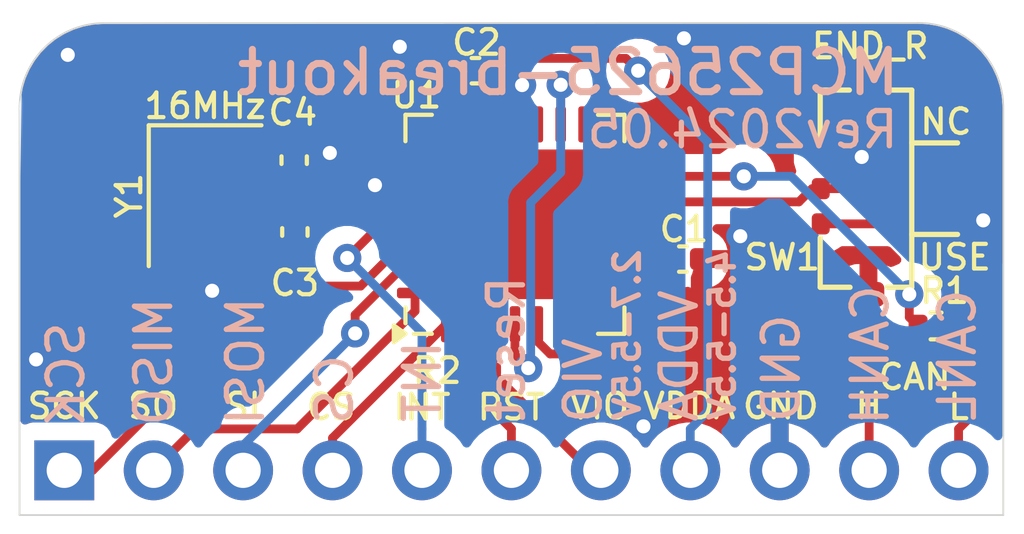
<source format=kicad_pcb>
(kicad_pcb (version 20221018) (generator pcbnew)
  (layers (0 "F.Cu" signal) (31 "B.Cu" signal) (34 "B.Paste" user) (35 "F.Paste" user) (36 "B.SilkS" user "B.Silkscreen") (37 "F.SilkS" user "F.Silkscreen") (38 "B.Mask" user) (39 "F.Mask" user) (44 "Edge.Cuts" user))
  (net 0 "")
  (net 1 "GND")
  (net 2 "/V_IO")
  (net 3 "/V_DDA")
  (net 4 "/CANL")
  (net 5 "/CANH")
  (net 6 "/INT")
  (net 7 "/CS")
  (net 8 "/SI")
  (net 9 "/SO")
  (net 10 "/SCK")
  (net 11 "Net-(U1-OSC2)")
  (net 12 "Net-(U1-OSC1)")
  (net 13 "/RESET")
  (net 14 "Net-(SW1-A)")
  (net 16 "Net-(U1-TXD)")
  (net 17 "Net-(U1-RXD)")
  (footprint "Capacitor_SMD:C_0402_1005Metric" (layer "F.Cu") (at 155.57 78)
    (fp_text reference "C1" (at 0.03 -0.85) (layer "F.SilkS") (effects (font (size 0.7 0.7) (thickness 0.12) bold)))
    (fp_text value "0.1u")
    (fp_line (start -0.107836 -0.36) (end 0.107836 -0.36) (stroke (width 0.12)) (layer "F.SilkS"))
    (fp_line (start -0.107836 0.36) (end 0.107836 0.36) (stroke (width 0.12)) (layer "F.SilkS"))
    (pad "1" smd roundrect (at -0.48 0) (size 0.56 0.62) (layers "F.Cu" "F.Paste" "F.Mask") (net 2 "/V_IO"))
    (pad "2" smd roundrect (at 0.48 0) (size 0.56 0.62) (layers "F.Cu" "F.Paste" "F.Mask") (net 1 "GND"))
  )
  (footprint "Capacitor_SMD:C_0402_1005Metric" (layer "F.Cu") (at 149.68 72.65 180)
    (fp_text reference "C2" (at -0.03 0.8) (layer "F.SilkS") (effects (font (size 0.7 0.7) (thickness 0.12) bold)))
    (fp_text value "0.1u")
    (fp_line (start -0.107836 -0.36) (end 0.107836 -0.36) (stroke (width 0.12)) (layer "F.SilkS"))
    (fp_line (start -0.107836 0.36) (end 0.107836 0.36) (stroke (width 0.12)) (layer "F.SilkS"))
    (pad "1" smd roundrect (at -0.48 0 180) (size 0.56 0.62) (layers "F.Cu" "F.Paste" "F.Mask") (net 3 "/V_DDA"))
    (pad "2" smd roundrect (at 0.48 0 180) (size 0.56 0.62) (layers "F.Cu" "F.Paste" "F.Mask") (net 1 "GND"))
  )
  (footprint "asukiaaa-kicad-footprints:PinHeader_1x11_P2.54mm_Vertical_witout_silk" (layer "F.Cu") (at 138 84 90)
    (fp_text reference "J1" hide)
    (fp_text value "Conn_01x11" hide)
    (pad "1" thru_hole rect (at 0 0 90) (size 1.7 1.7) (drill 1) (layers "*.Cu" "*.Mask") (net 10 "/SCK"))
    (pad "2" thru_hole oval (at 0 2.54 90) (size 1.7 1.7) (drill 1) (layers "*.Cu" "*.Mask") (net 9 "/SO"))
    (pad "3" thru_hole oval (at 0 5.08 90) (size 1.7 1.7) (drill 1) (layers "*.Cu" "*.Mask") (net 8 "/SI"))
    (pad "4" thru_hole oval (at 0 7.62 90) (size 1.7 1.7) (drill 1) (layers "*.Cu" "*.Mask") (net 7 "/CS"))
    (pad "5" thru_hole oval (at 0 10.16 90) (size 1.7 1.7) (drill 1) (layers "*.Cu" "*.Mask") (net 6 "/INT"))
    (pad "6" thru_hole oval (at 0 12.7 90) (size 1.7 1.7) (drill 1) (layers "*.Cu" "*.Mask") (net 13 "/RESET"))
    (pad "7" thru_hole oval (at 0 15.24 90) (size 1.7 1.7) (drill 1) (layers "*.Cu" "*.Mask") (net 2 "/V_IO"))
    (pad "8" thru_hole oval (at 0 17.78 90) (size 1.7 1.7) (drill 1) (layers "*.Cu" "*.Mask") (net 3 "/V_DDA"))
    (pad "9" thru_hole oval (at 0 20.32 90) (size 1.7 1.7) (drill 1) (layers "*.Cu" "*.Mask") (net 1 "GND"))
    (pad "10" thru_hole oval (at 0 22.86 90) (size 1.7 1.7) (drill 1) (layers "*.Cu" "*.Mask") (net 5 "/CANH"))
    (pad "11" thru_hole oval (at 0 25.4 90) (size 1.7 1.7) (drill 1) (layers "*.Cu" "*.Mask") (net 4 "/CANL"))
  )
  (footprint "Resistor_SMD:R_0402_1005Metric" (layer "F.Cu") (at 162.76 79.9)
    (fp_text reference "R1" (at 0.24 -1) (layer "F.SilkS") (effects (font (size 0.7 0.7) (thickness 0.12) bold)))
    (fp_text value "120")
    (fp_line (start -0.153641 -0.38) (end 0.153641 -0.38) (stroke (width 0.12)) (layer "F.SilkS"))
    (fp_line (start -0.153641 0.38) (end 0.153641 0.38) (stroke (width 0.12)) (layer "F.SilkS"))
    (pad "1" smd roundrect (at -0.51 0) (size 0.54 0.64) (layers "F.Cu" "F.Paste" "F.Mask") (net 5 "/CANH"))
    (pad "2" smd roundrect (at 0.51 0) (size 0.54 0.64) (layers "F.Cu" "F.Paste" "F.Mask") (net 14 "Net-(SW1-A)"))
  )
  (footprint "asukiaaa-kicad-footprints:slide_switch_smd" (layer "F.Cu") (at 160.84 76 90)
    (fp_text reference "SW1" (at -1.95 -2.45 180) (layer "F.SilkS") (effects (font (size 0.7 0.7) (thickness 0.12) bold)))
    (fp_text value "SW_Slide_with_cover" hide)
    (fp_line (start -2.8 -1.37) (end -2.8 -0.52324) (stroke (width 0.15)) (layer "F.SilkS"))
    (fp_line (start -2.8 -1.37) (end -1.397 -1.37) (stroke (width 0.15)) (layer "F.SilkS"))
    (fp_line (start -2.8 1.23) (end -2.8 0.53848) (stroke (width 0.15)) (layer "F.SilkS"))
    (fp_line (start -2.8 1.23) (end 2.8 1.23) (stroke (width 0.15)) (layer "F.SilkS"))
    (fp_line (start -1.3 1.23) (end -1.3 2.53) (stroke (width 0.15)) (layer "F.SilkS"))
    (fp_line (start 1.3 1.23) (end 1.3 2.53) (stroke (width 0.15)) (layer "F.SilkS"))
    (fp_line (start 2.8 -1.37) (end 1.40208 -1.37) (stroke (width 0.15)) (layer "F.SilkS"))
    (fp_line (start 2.8 -0.54356) (end 2.8 -1.37) (stroke (width 0.15)) (layer "F.SilkS"))
    (fp_line (start 2.8 1.23) (end 2.8 0.53848) (stroke (width 0.15)) (layer "F.SilkS"))
    (pad "1" smd roundrect (at -1 -1.355 90) (size 0.6 0.51) (layers "F.Cu" "F.Paste" "F.Mask") (net 14 "Net-(SW1-A)"))
    (pad "2" smd roundrect (at 0 -1.355 90) (size 0.6 0.51) (layers "F.Cu" "F.Paste" "F.Mask") (net 4 "/CANL"))
    (pad "3" smd roundrect (at 1 -1.355 90) (size 0.6 0.51) (layers "F.Cu" "F.Paste" "F.Mask"))
    (pad "4" smd roundrect (at -3 0 90) (size 0.7 0.9) (layers "F.Cu" "F.Paste" "F.Mask") (net 1 "GND"))
    (pad "4" smd roundrect (at 3 0 90) (size 0.7 0.9) (layers "F.Cu" "F.Paste" "F.Mask") (net 1 "GND"))
  )
  (footprint "Capacitor_SMD:C_0402_1005Metric" (layer "F.Cu") (at 144.53 75.19 -90)
    (fp_text reference "C4" (at -1.35 0.04 180) (layer "F.SilkS") (effects (font (size 0.7 0.7) (thickness 0.12) bold)))
    (fp_text value "22pf")
    (fp_line (start -0.107836 -0.36) (end 0.107836 -0.36) (stroke (width 0.12)) (layer "F.SilkS"))
    (fp_line (start -0.107836 0.36) (end 0.107836 0.36) (stroke (width 0.12)) (layer "F.SilkS"))
    (pad "1" smd roundrect (at -0.48 0 270) (size 0.56 0.62) (layers "F.Cu" "F.Paste" "F.Mask") (net 11 "Net-(U1-OSC2)"))
    (pad "2" smd roundrect (at 0.48 0 270) (size 0.56 0.62) (layers "F.Cu" "F.Paste" "F.Mask") (net 1 "GND"))
  )
  (footprint "Capacitor_SMD:C_0402_1005Metric" (layer "F.Cu") (at 144.55 77.23 90)
    (fp_text reference "C3" (at -1.45 0 180) (layer "F.SilkS") (effects (font (size 0.7 0.7) (thickness 0.12) bold)))
    (fp_text value "22pf")
    (fp_line (start -0.107836 -0.36) (end 0.107836 -0.36) (stroke (width 0.12)) (layer "F.SilkS"))
    (fp_line (start -0.107836 0.36) (end 0.107836 0.36) (stroke (width 0.12)) (layer "F.SilkS"))
    (pad "1" smd roundrect (at -0.48 0 90) (size 0.56 0.62) (layers "F.Cu" "F.Paste" "F.Mask") (net 12 "Net-(U1-OSC1)"))
    (pad "2" smd roundrect (at 0.48 0 90) (size 0.56 0.62) (layers "F.Cu" "F.Paste" "F.Mask") (net 1 "GND"))
  )
  (footprint "Crystal:Crystal_SMD_SeikoEpson_FA238-4Pin_3.2x2.5mm" (layer "F.Cu") (at 142 76.2 -90)
    (fp_text reference "Y1" (at 0 2.16 -90) (layer "F.SilkS") (effects (font (size 0.7 0.7) (thickness 0.12) bold)))
    (fp_text value "16MHz" (at -2.55 0) (layer "F.SilkS") (effects (font (size 0.7 0.7) (thickness 0.12) bold)))
    (fp_line (start -2 -1.6) (end -2 1.6) (stroke (width 0.12)) (layer "F.SilkS"))
    (fp_line (start -2 1.6) (end 2 1.6) (stroke (width 0.12)) (layer "F.SilkS"))
    (pad "1" smd rect (at -1.1 0.8 270) (size 1.4 1.2) (layers "F.Cu" "F.Paste" "F.Mask") (net 11 "Net-(U1-OSC2)"))
    (pad "2" smd rect (at 1.1 0.8 270) (size 1.4 1.2) (layers "F.Cu" "F.Paste" "F.Mask") (net 1 "GND"))
    (pad "3" smd rect (at 1.1 -0.8 270) (size 1.4 1.2) (layers "F.Cu" "F.Paste" "F.Mask") (net 12 "Net-(U1-OSC1)"))
    (pad "4" smd rect (at -1.1 -0.8 270) (size 1.4 1.2) (layers "F.Cu" "F.Paste" "F.Mask") (net 1 "GND"))
  )
  (footprint "Resistor_SMD:R_0201_0603Metric" (layer "F.Cu") (at 149.855 81.15 180)
    (fp_text reference "R2" (at 1.265 -0.02 180) (layer "F.SilkS") (effects (font (size 0.7 0.7) (thickness 0.12) bold)))
    (fp_text value "10k")
    (pad "1" smd roundrect (at -0.32 0 180) (size 0.46 0.4) (layers "F.Cu" "F.Mask") (net 2 "/V_IO"))
    (pad "2" smd roundrect (at 0.32 0 180) (size 0.46 0.4) (layers "F.Cu" "F.Mask") (net 13 "/RESET"))
  )
  (footprint "Package_DFN_QFN:QFN-28-1EP_6x6mm_P0.65mm_EP4.25x4.25mm" (layer "F.Cu") (at 150.8 77.0125 90)
    (fp_text reference "U1" (at 3.6625 -2.8 180) (layer "F.SilkS") (effects (font (size 0.7 0.7) (thickness 0.12) bold)))
    (fp_text value "MCP25625-x-QFN" hide)
    (fp_line (start -3.11 -2.36) (end -3.11 -2.87) (stroke (width 0.12)) (layer "F.SilkS"))
    (fp_line (start -3.11 3.11) (end -3.11 2.36) (stroke (width 0.12)) (layer "F.SilkS"))
    (fp_line (start -2.36 -3.11) (end -2.81 -3.11) (stroke (width 0.12)) (layer "F.SilkS"))
    (fp_line (start -2.36 3.11) (end -3.11 3.11) (stroke (width 0.12)) (layer "F.SilkS"))
    (fp_line (start 2.36 -3.11) (end 3.11 -3.11) (stroke (width 0.12)) (layer "F.SilkS"))
    (fp_line (start 2.36 3.11) (end 3.11 3.11) (stroke (width 0.12)) (layer "F.SilkS"))
    (fp_line (start 3.11 -3.11) (end 3.11 -2.36) (stroke (width 0.12)) (layer "F.SilkS"))
    (fp_line (start 3.11 3.11) (end 3.11 2.36) (stroke (width 0.12)) (layer "F.SilkS"))
    (fp_poly (pts (xy -3.11 -3.11) (xy -3.35 -3.44) (xy -2.87 -3.44) (xy -3.11 -3.11)) (stroke (width 0.12)) (fill solid) (layer "F.SilkS"))
    (pad "1" smd roundrect (at -2.8375 -1.95 90) (size 1.025 0.3) (layers "F.Cu" "F.Paste" "F.Mask") (net 7 "/CS"))
    (pad "2" smd roundrect (at -2.8375 -1.3 90) (size 1.025 0.3) (layers "F.Cu" "F.Paste" "F.Mask") (net 13 "/RESET"))
    (pad "3" smd roundrect (at -2.8375 -0.65 90) (size 1.025 0.3) (layers "F.Cu" "F.Paste" "F.Mask") (net 2 "/V_IO"))
    (pad "4" smd roundrect (at -2.8375 0 90) (size 1.025 0.3) (layers "F.Cu" "F.Paste" "F.Mask") (net 16 "Net-(U1-TXD)"))
    (pad "5" smd roundrect (at -2.8375 0.65 90) (size 1.025 0.3) (layers "F.Cu" "F.Paste" "F.Mask") (net 17 "Net-(U1-RXD)"))
    (pad "6" smd roundrect (at -2.8375 1.3 90) (size 1.025 0.3) (layers "F.Cu" "F.Paste" "F.Mask"))
    (pad "7" smd roundrect (at -2.8375 1.95 90) (size 1.025 0.3) (layers "F.Cu" "F.Paste" "F.Mask"))
    (pad "8" smd roundrect (at -1.95 2.8375 90) (size 0.3 1.025) (layers "F.Cu" "F.Paste" "F.Mask"))
    (pad "9" smd roundrect (at -1.3 2.8375 90) (size 0.3 1.025) (layers "F.Cu" "F.Paste" "F.Mask"))
    (pad "10" smd roundrect (at -0.65 2.8375 90) (size 0.3 1.025) (layers "F.Cu" "F.Paste" "F.Mask") (net 17 "Net-(U1-RXD)"))
    (pad "11" smd roundrect (at 0 2.8375 90) (size 0.3 1.025) (layers "F.Cu" "F.Paste" "F.Mask") (net 2 "/V_IO"))
    (pad "12" smd roundrect (at 0.65 2.8375 90) (size 0.3 1.025) (layers "F.Cu" "F.Paste" "F.Mask") (net 4 "/CANL"))
    (pad "13" smd roundrect (at 1.3 2.8375 90) (size 0.3 1.025) (layers "F.Cu" "F.Paste" "F.Mask") (net 5 "/CANH"))
    (pad "14" smd roundrect (at 1.95 2.8375 90) (size 0.3 1.025) (layers "F.Cu" "F.Paste" "F.Mask"))
    (pad "15" smd roundrect (at 2.8375 1.95 90) (size 1.025 0.3) (layers "F.Cu" "F.Paste" "F.Mask") (net 1 "GND"))
    (pad "16" smd roundrect (at 2.8375 1.3 90) (size 1.025 0.3) (layers "F.Cu" "F.Paste" "F.Mask") (net 16 "Net-(U1-TXD)"))
    (pad "17" smd roundrect (at 2.8375 0.65 90) (size 1.025 0.3) (layers "F.Cu" "F.Paste" "F.Mask"))
    (pad "18" smd roundrect (at 2.8375 0 90) (size 1.025 0.3) (layers "F.Cu" "F.Paste" "F.Mask") (net 1 "GND"))
    (pad "19" smd roundrect (at 2.8375 -0.65 90) (size 1.025 0.3) (layers "F.Cu" "F.Paste" "F.Mask") (net 3 "/V_DDA"))
    (pad "20" smd roundrect (at 2.8375 -1.3 90) (size 1.025 0.3) (layers "F.Cu" "F.Paste" "F.Mask") (net 11 "Net-(U1-OSC2)"))
    (pad "21" smd roundrect (at 2.8375 -1.95 90) (size 1.025 0.3) (layers "F.Cu" "F.Paste" "F.Mask") (net 12 "Net-(U1-OSC1)"))
    (pad "22" smd roundrect (at 1.95 -2.8375 90) (size 0.3 1.025) (layers "F.Cu" "F.Paste" "F.Mask") (net 1 "GND"))
    (pad "23" smd roundrect (at 1.3 -2.8375 90) (size 0.3 1.025) (layers "F.Cu" "F.Paste" "F.Mask"))
    (pad "24" smd roundrect (at 0.65 -2.8375 90) (size 0.3 1.025) (layers "F.Cu" "F.Paste" "F.Mask"))
    (pad "25" smd roundrect (at 0 -2.8375 90) (size 0.3 1.025) (layers "F.Cu" "F.Paste" "F.Mask") (net 6 "/INT"))
    (pad "26" smd roundrect (at -0.65 -2.8375 90) (size 0.3 1.025) (layers "F.Cu" "F.Paste" "F.Mask") (net 10 "/SCK"))
    (pad "27" smd roundrect (at -1.3 -2.8375 90) (size 0.3 1.025) (layers "F.Cu" "F.Paste" "F.Mask") (net 8 "/SI"))
    (pad "28" smd roundrect (at -1.95 -2.8375 90) (size 0.3 1.025) (layers "F.Cu" "F.Paste" "F.Mask") (net 9 "/SO"))
    (pad "29" smd rect (at 0 0 90) (size 4.25 4.25) (property pad_prop_heatsink) (layers "F.Cu" "F.Mask"))
  )
  (gr_line (start 136.73 73.73) (end 136.73 85.27) (stroke (width 0.05)) (layer "Edge.Cuts"))
  (gr_arc (start 162.235 71.295) (mid 163.944379 71.978195) (end 164.67 73.67) (stroke (width 0.05)) (layer "Edge.Cuts"))
  (gr_line (start 162.235 71.295) (end 139.1 71.3) (stroke (width 0.05)) (layer "Edge.Cuts"))
  (gr_line (start 136.73 85.27) (end 164.67 85.27) (stroke (width 0.05)) (layer "Edge.Cuts"))
  (gr_line (start 164.67 85.27) (end 164.67 73.67) (stroke (width 0.05)) (layer "Edge.Cuts"))
  (gr_arc (start 136.73 73.73) (mid 137.411731 72.024157) (end 139.1 71.3) (stroke (width 0.05)) (layer "Edge.Cuts"))
  (gr_text "Rev2024.05" (at 157.265 74.325) (layer "B.SilkS") (effects (font (size 1 1)) (justify mirror)))
  (gr_text "SCK" (at 138.05 81.275 90) (layer "B.SilkS") (effects (font (size 1 1)) (justify mirror)))
  (gr_text "4.5-5.5V" (at 156.69 80.15 90) (layer "B.SilkS") (effects (font (size 0.7 0.7)) (justify mirror)))
  (gr_text "2.7-5.5V" (at 153.99 80.15 90) (layer "B.SilkS") (effects (font (size 0.7 0.7)) (justify mirror)))
  (gr_text "Reset" (at 150.56 80.54 90) (layer "B.SilkS") (effects (font (size 1 1)) (justify mirror)))
  (gr_text "INT" (at 148.175 81.475 90) (layer "B.SilkS") (effects (font (size 1 1)) (justify mirror)))
  (gr_text "MOSI" (at 143.15 80.9 90) (layer "B.SilkS") (effects (font (size 1 1)) (justify mirror)))
  (gr_text "VDDA" (at 155.465 80.75 90) (layer "B.SilkS") (effects (font (size 1 1)) (justify mirror)))
  (gr_text "GND" (at 158.365 81.1 90) (layer "B.SilkS") (effects (font (size 1 1)) (justify mirror)))
  (gr_text "VIO" (at 152.74 81.45 90) (layer "B.SilkS") (effects (font (size 1 1)) (justify mirror)))
  (gr_text "MCP25625-breakout" (at 152.315 72.7) (layer "B.SilkS") (effects (font (size 1.2 1.2) (thickness 0.2) bold) (justify mirror)))
  (gr_text "CANL" (at 163.365 80.725 90) (layer "B.SilkS") (effects (font (size 1 1)) (justify mirror)))
  (gr_text "CANH" (at 160.89 80.725 90) (layer "B.SilkS") (effects (font (size 1 1)) (justify mirror)))
  (gr_text "CS" (at 145.675 81.7 90) (layer "B.SilkS") (effects (font (size 1 1)) (justify mirror)))
  (gr_text "MISO" (at 140.54 80.91 90) (layer "B.SilkS") (effects (font (size 1 1)) (justify mirror)))
  (gr_text "CAN" (at 162.15 81.35) (layer "F.SilkS") (effects (font (size 0.7 0.7) (thickness 0.12) bold)))
  (gr_text "NC" (at 163.04 74.1) (layer "F.SilkS") (effects (font (size 0.7 0.7) (thickness 0.12) bold)))
  (gr_text "USE" (at 163.29 77.95) (layer "F.SilkS") (effects (font (size 0.7 0.7) (thickness 0.12))))
  (gr_text "RST" (at 150.7 82.21) (layer "F.SilkS") (effects (font (size 0.7 0.7) (thickness 0.12) bold)))
  (gr_text "CS" (at 145.575 82.2) (layer "F.SilkS") (effects (font (size 0.7 0.7) (thickness 0.12) bold)))
  (gr_text "END_R" (at 160.89 71.95) (layer "F.SilkS") (effects (font (size 0.7 0.7) (thickness 0.12) bold)))
  (gr_text "SCK" (at 138 82.175) (layer "F.SilkS") (effects (font (size 0.7 0.7) (thickness 0.12) bold)))
  (gr_text "GND" (at 158.35 82.175) (layer "F.SilkS") (effects (font (size 0.7 0.7) (thickness 0.12) bold)))
  (gr_text "INT" (at 148.16 82.21) (layer "F.SilkS") (effects (font (size 0.7 0.7) (thickness 0.12) bold)))
  (gr_text "L" (at 163.4 82.2) (layer "F.SilkS") (effects (font (size 0.7 0.7) (thickness 0.12) bold)))
  (gr_text "H" (at 160.85 82.175) (layer "F.SilkS") (effects (font (size 0.7 0.7) (thickness 0.12) bold)))
  (gr_text "SI" (at 143.075 82.175) (layer "F.SilkS") (effects (font (size 0.7 0.7) (thickness 0.12) bold)))
  (gr_text "SO" (at 140.525 82.175) (layer "F.SilkS") (effects (font (size 0.7 0.7) (thickness 0.12) bold)))
  (gr_text "VIO" (at 153.2 82.18) (layer "F.SilkS") (effects (font (size 0.7 0.7) (thickness 0.12) bold)))
  (gr_text "VDDA" (at 155.75 82.175) (layer "F.SilkS") (effects (font (size 0.7 0.7) (thickness 0.12) bold)))
  (segment (start 142.8 75.1) (end 143.37 75.67) (width 0.25) (layer "F.Cu") (net 1))
  (segment (start 146.825 75.687501) (end 146.825 75.9) (width 0.25) (layer "F.Cu") (net 1))
  (segment (start 141.2 77.029804) (end 142.8 75.429804) (width 0.25) (layer "F.Cu") (net 1))
  (segment (start 143.37 75.67) (end 144.53 75.67) (width 0.25) (layer "F.Cu") (net 1))
  (segment (start 151.003128 73.058128) (end 150.8 73.261256) (width 0.25) (layer "F.Cu") (net 1))
  (segment (start 141.2 77.3) (end 141.2 77.029804) (width 0.25) (layer "F.Cu") (net 1))
  (segment (start 147.450001 75.0625) (end 146.825 75.687501) (width 0.25) (layer "F.Cu") (net 1))
  (segment (start 142.8 75.429804) (end 142.8 75.1) (width 0.25) (layer "F.Cu") (net 1))
  (segment (start 144.858905 75.67) (end 145.543039 74.985866) (width 0.25) (layer "F.Cu") (net 1))
  (segment (start 150.8 73.261256) (end 150.8 74.175) (width 0.25) (layer "F.Cu") (net 1))
  (segment (start 144.53 75.67) (end 144.858905 75.67) (width 0.25) (layer "F.Cu") (net 1))
  (segment (start 147.9625 75.0625) (end 147.450001 75.0625) (width 0.25) (layer "F.Cu") (net 1))
  (via (at 138.1 72.2) (size 0.8) (drill 0.4) (layers "F.Cu" "B.Cu") (net 1))
  (via (at 157.2 77.35) (size 0.8) (drill 0.4) (layers "F.Cu" "B.Cu") (net 1))
  (via (at 160.65 75.1) (size 0.8) (drill 0.4) (layers "F.Cu" "B.Cu") (net 1))
  (via (at 142.2 78.9) (size 0.8) (drill 0.4) (layers "F.Cu" "B.Cu") (net 1))
  (via (at 164.1 76.9) (size 0.8) (drill 0.4) (layers "F.Cu" "B.Cu") (net 1))
  (via (at 147.53 71.97) (size 0.8) (drill 0.4) (layers "F.Cu" "B.Cu") (net 1))
  (via (at 145.543039 74.985866) (size 0.8) (drill 0.4) (layers "F.Cu" "B.Cu") (net 1))
  (via (at 154.45 82.75) (size 0.8) (drill 0.4) (layers "F.Cu" "B.Cu") (net 1))
  (via (at 151.003128 73.058128) (size 0.8) (drill 0.4) (layers "F.Cu" "B.Cu") (net 1))
  (via (at 155.6 71.73) (size 0.8) (drill 0.4) (layers "F.Cu" "B.Cu") (net 1))
  (via (at 137.2 80.85) (size 0.8) (drill 0.4) (layers "F.Cu" "B.Cu") (net 1))
  (via (at 146.825 75.9) (size 0.8) (drill 0.4) (layers "F.Cu" "B.Cu") (net 1))
  (segment (start 146.457173 75.9) (end 145.543039 74.985866) (width 0.25) (layer "B.Cu") (net 1))
  (segment (start 146.825 75.9) (end 146.457173 75.9) (width 0.25) (layer "B.Cu") (net 1))
  (segment (start 150.175 79.875) (end 150.15 79.85) (width 0.25) (layer "F.Cu") (net 2))
  (segment (start 150.175 81.15) (end 150.175 79.875) (width 0.25) (layer "F.Cu") (net 2))
  (segment (start 150.175 81.2362) (end 150.175 81.15) (width 0.25) (layer "F.Cu") (net 2))
  (segment (start 153.24 84) (end 152.9389 84) (width 0.25) (layer "F.Cu") (net 2))
  (segment (start 154.9319 77.7522) (end 154.9319 79.395) (width 0.25) (layer "F.Cu") (net 2))
  (segment (start 153.6375 77.0125) (end 154.1922 77.0125) (width 0.25) (layer "F.Cu") (net 2))
  (segment (start 154.1922 77.0125) (end 154.9319 77.7522) (width 0.25) (layer "F.Cu") (net 2))
  (segment (start 151.6329 82.694) (end 150.175 81.2362) (width 0.25) (layer "F.Cu") (net 2))
  (segment (start 154.9319 79.395) (end 151.6329 82.694) (width 0.25) (layer "F.Cu") (net 2))
  (segment (start 152.9389 84) (end 151.6329 82.694) (width 0.25) (layer "F.Cu") (net 2))
  (segment (start 154.3 72.65) (end 153.95 72.3) (width 0.25) (layer "F.Cu") (net 3))
  (segment (start 150.15 72.7) (end 150.15 74.175) (width 0.25) (layer "F.Cu") (net 3))
  (segment (start 153.95 72.3) (end 150.55 72.3) (width 0.25) (layer "F.Cu") (net 3))
  (segment (start 150.55 72.3) (end 150.15 72.7) (width 0.25) (layer "F.Cu") (net 3))
  (via (at 154.3 72.65) (size 0.8) (drill 0.4) (layers "F.Cu" "B.Cu") (net 3))
  (segment (start 154.3 72.65) (end 154.3 72.7) (width 0.25) (layer "B.Cu") (net 3))
  (segment (start 156.2757 74.6757) (end 156.2757 82.3274) (width 0.25) (layer "B.Cu") (net 3))
  (segment (start 156.2757 82.3274) (end 155.78 82.8231) (width 0.25) (layer "B.Cu") (net 3))
  (segment (start 155.78 82.8231) (end 155.78 84) (width 0.25) (layer "B.Cu") (net 3))
  (segment (start 154.3 72.7) (end 156.2757 74.6757) (width 0.25) (layer "B.Cu") (net 3))
  (segment (start 163.8835 82.3396) (end 163.8835 78.5335) (width 0.25) (layer "F.Cu") (net 4))
  (segment (start 153.65 76.375) (end 153.6375 76.3625) (width 0.25) (layer "F.Cu") (net 4))
  (segment (start 163.4 82.8231) (end 163.8835 82.3396) (width 0.25) (layer "F.Cu") (net 4))
  (segment (start 159.24 76) (end 158.865 76.375) (width 0.25) (layer "F.Cu") (net 4))
  (segment (start 161.35 76) (end 159.24 76) (width 0.25) (layer "F.Cu") (net 4))
  (segment (start 163.4 84) (end 163.4 82.8231) (width 0.25) (layer "F.Cu") (net 4))
  (segment (start 163.8835 78.5335) (end 161.35 76) (width 0.25) (layer "F.Cu") (net 4))
  (segment (start 158.865 76.375) (end 153.65 76.375) (width 0.25) (layer "F.Cu") (net 4))
  (segment (start 162.25 79.9) (end 160.86 81.29) (width 0.25) (layer "F.Cu") (net 5))
  (segment (start 154.5085 75.65) (end 154.446 75.7125) (width 0.25) (layer "F.Cu") (net 5))
  (segment (start 157.3 75.65) (end 154.5085 75.65) (width 0.25) (layer "F.Cu") (net 5))
  (segment (start 162 79.65) (end 162.25 79.9) (width 0.25) (layer "F.Cu") (net 5))
  (segment (start 160.86 81.29) (end 160.86 84) (width 0.25) (layer "F.Cu") (net 5))
  (segment (start 162 79) (end 162 79.65) (width 0.25) (layer "F.Cu") (net 5))
  (segment (start 154.446 75.7125) (end 153.6375 75.7125) (width 0.25) (layer "F.Cu") (net 5))
  (via (at 162 79) (size 0.8) (drill 0.4) (layers "F.Cu" "B.Cu") (net 5))
  (via (at 157.3 75.65) (size 0.8) (drill 0.4) (layers "F.Cu" "B.Cu") (net 5))
  (segment (start 157.3 75.65) (end 158.65 75.65) (width 0.25) (layer "B.Cu") (net 5))
  (segment (start 158.65 75.65) (end 162 79) (width 0.25) (layer "B.Cu") (net 5))
  (segment (start 147.9625 77.0125) (end 146.992 77.0125) (width 0.25) (layer "F.Cu") (net 6))
  (segment (start 146.992 77.0125) (end 146.0364 77.9681) (width 0.25) (layer "F.Cu") (net 6))
  (via (at 146.0364 77.9681) (size 0.8) (drill 0.4) (layers "F.Cu" "B.Cu") (net 6))
  (segment (start 148.16 80.0917) (end 146.0364 77.9681) (width 0.25) (layer "B.Cu") (net 6))
  (segment (start 148.16 82.8231) (end 148.16 80.0917) (width 0.25) (layer "B.Cu") (net 6))
  (segment (start 148.16 84) (end 148.16 82.8231) (width 0.25) (layer "B.Cu") (net 6))
  (segment (start 145.62 83.08) (end 148.85 79.85) (width 0.25) (layer "F.Cu") (net 7))
  (segment (start 145.62 84) (end 145.62 83.08) (width 0.25) (layer "F.Cu") (net 7))
  (segment (start 147.5313 78.3125) (end 146.2615 79.5823) (width 0.25) (layer "F.Cu") (net 8))
  (segment (start 147.9625 78.3125) (end 147.5313 78.3125) (width 0.25) (layer "F.Cu") (net 8))
  (segment (start 146.2615 80.1104) (end 146.2614 80.1104) (width 0.25) (layer "F.Cu") (net 8))
  (segment (start 146.2615 79.5823) (end 146.2615 80.1104) (width 0.25) (layer "F.Cu") (net 8))
  (via (at 146.2614 80.1104) (size 0.8) (drill 0.4) (layers "F.Cu" "B.Cu") (net 8))
  (segment (start 143.08 84) (end 143.08 83.2918) (width 0.25) (layer "B.Cu") (net 8))
  (segment (start 143.08 83.2918) (end 146.2614 80.1104) (width 0.25) (layer "B.Cu") (net 8))
  (segment (start 141.7169 82.8231) (end 144.6172 82.8231) (width 0.25) (layer "F.Cu") (net 9))
  (segment (start 147.9625 79.4778) (end 147.9625 78.9625) (width 0.25) (layer "F.Cu") (net 9))
  (segment (start 140.54 84) (end 141.7169 82.8231) (width 0.25) (layer "F.Cu") (net 9))
  (segment (start 144.6172 82.8231) (end 147.9625 79.4778) (width 0.25) (layer "F.Cu") (net 9))
  (segment (start 147.5208 77.6625) (end 146.4165 78.7668) (width 0.25) (layer "F.Cu") (net 10))
  (segment (start 144.0422 78.7668) (end 138.809 84) (width 0.25) (layer "F.Cu") (net 10))
  (segment (start 138.809 84) (end 138 84) (width 0.25) (layer "F.Cu") (net 10))
  (segment (start 147.9625 77.6625) (end 147.5208 77.6625) (width 0.25) (layer "F.Cu") (net 10))
  (segment (start 146.4165 78.7668) (end 144.0422 78.7668) (width 0.25) (layer "F.Cu") (net 10))
  (segment (start 145.9074 73.3326) (end 149.1149 73.3326) (width 0.25) (layer "F.Cu") (net 11))
  (segment (start 141.2 75.1) (end 141.2 74.0731) (width 0.25) (layer "F.Cu") (net 11))
  (segment (start 144.53 74.71) (end 143.8931 74.0731) (width 0.25) (layer "F.Cu") (net 11))
  (segment (start 149.5 73.7177) (end 149.5 74.175) (width 0.25) (layer "F.Cu") (net 11))
  (segment (start 149.1149 73.3326) (end 149.5 73.7177) (width 0.25) (layer "F.Cu") (net 11))
  (segment (start 143.8931 74.0731) (end 141.2 74.0731) (width 0.25) (layer "F.Cu") (net 11))
  (segment (start 144.53 74.71) (end 145.9074 73.3326) (width 0.25) (layer "F.Cu") (net 11))
  (segment (start 147.375 74.175) (end 148.85 74.175) (width 0.25) (layer "F.Cu") (net 12))
  (segment (start 143.7269 77.3) (end 144.1369 77.71) (width 0.25) (layer "F.Cu") (net 12))
  (segment (start 144.6343 77.71) (end 146.1 76.2443) (width 0.25) (layer "F.Cu") (net 12))
  (segment (start 142.8 77.3) (end 143.7269 77.3) (width 0.25) (layer "F.Cu") (net 12))
  (segment (start 146.1 75.45) (end 147.375 74.175) (width 0.25) (layer "F.Cu") (net 12))
  (segment (start 144.1369 77.71) (end 144.55 77.71) (width 0.25) (layer "F.Cu") (net 12))
  (segment (start 144.55 77.71) (end 144.6343 77.71) (width 0.25) (layer "F.Cu") (net 12))
  (segment (start 146.1 76.2443) (end 146.1 75.45) (width 0.25) (layer "F.Cu") (net 12))
  (segment (start 150.7 84) (end 150.7 82.8231) (width 0.25) (layer "F.Cu") (net 13))
  (segment (start 149.5 81.115) (end 149.535 81.15) (width 0.25) (layer "F.Cu") (net 13))
  (segment (start 150.7 82.8231) (end 149.535 81.6581) (width 0.25) (layer "F.Cu") (net 13))
  (segment (start 149.5 79.85) (end 149.5 81.115) (width 0.25) (layer "F.Cu") (net 13))
  (segment (start 149.535 81.6581) (end 149.535 81.15) (width 0.25) (layer "F.Cu") (net 13))
  (segment (start 163.27 78.57) (end 163.27 79.9) (width 0.25) (layer "F.Cu") (net 14))
  (segment (start 159.485 77) (end 161.7 77) (width 0.25) (layer "F.Cu") (net 14))
  (segment (start 161.7 77) (end 163.27 78.57) (width 0.25) (layer "F.Cu") (net 14))
  (segment (start 151.177162 81.096667) (end 150.8 80.719505) (width 0.25) (layer "F.Cu") (net 16))
  (segment (start 150.8 80.719505) (end 150.8 79.85) (width 0.25) (layer "F.Cu") (net 16))
  (segment (start 152.1 73.05) (end 152.1 74.175) (width 0.25) (layer "F.Cu") (net 16))
  (via (at 151.177162 81.096667) (size 0.8) (drill 0.4) (layers "F.Cu" "B.Cu") (net 16))
  (via (at 152.1 73.05) (size 0.8) (drill 0.4) (layers "F.Cu" "B.Cu") (net 16))
  (segment (start 151.2476 76.3934) (end 151.2476 81.026229) (width 0.25) (layer "B.Cu") (net 16))
  (segment (start 151.2476 81.026229) (end 151.177162 81.096667) (width 0.25) (layer "B.Cu") (net 16))
  (segment (start 152.1 73.05) (end 152.1 75.541) (width 0.25) (layer "B.Cu") (net 16))
  (segment (start 152.1 75.541) (end 151.2476 76.3934) (width 0.25) (layer "B.Cu") (net 16))
  (segment (start 152.9875 80.6944) (end 151.8002 80.6944) (width 0.25) (layer "F.Cu") (net 17))
  (segment (start 154.48 77.9732) (end 154.48 79.2019) (width 0.25) (layer "F.Cu") (net 17))
  (segment (start 151.8002 80.6944) (end 151.45 80.3442) (width 0.25) (layer "F.Cu") (net 17))
  (segment (start 154.48 79.2019) (end 152.9875 80.6944) (width 0.25) (layer "F.Cu") (net 17))
  (segment (start 154.1693 77.6625) (end 154.48 77.9732) (width 0.25) (layer "F.Cu") (net 17))
  (segment (start 153.6375 77.6625) (end 154.1693 77.6625) (width 0.25) (layer "F.Cu") (net 17))
  (segment (start 151.45 80.3442) (end 151.45 79.85) (width 0.25) (layer "F.Cu") (net 17))
  (zone (net 1) (net_name "GND") (layer "F.Cu") (connect_pads (clearance 0.508)) (min_thickness 0.254) (fill yes (thermal_gap 0.508) (thermal_bridge_width 0.508))
    (polygon (pts (xy 165.04 85.7) (xy 136.66 85.6925) (xy 136.86 71.0675) (xy 165.265 71.075)))
  )
  (zone (net 1) (net_name "GND") (layer "B.Cu") (connect_pads (clearance 0.508)) (min_thickness 0.254) (fill yes (thermal_gap 0.508) (thermal_bridge_width 0.508))
    (polygon (pts (xy 165.04 85.7) (xy 136.62 85.6925) (xy 136.82 71.0675) (xy 165.265 71.075)))
  )
)
</source>
